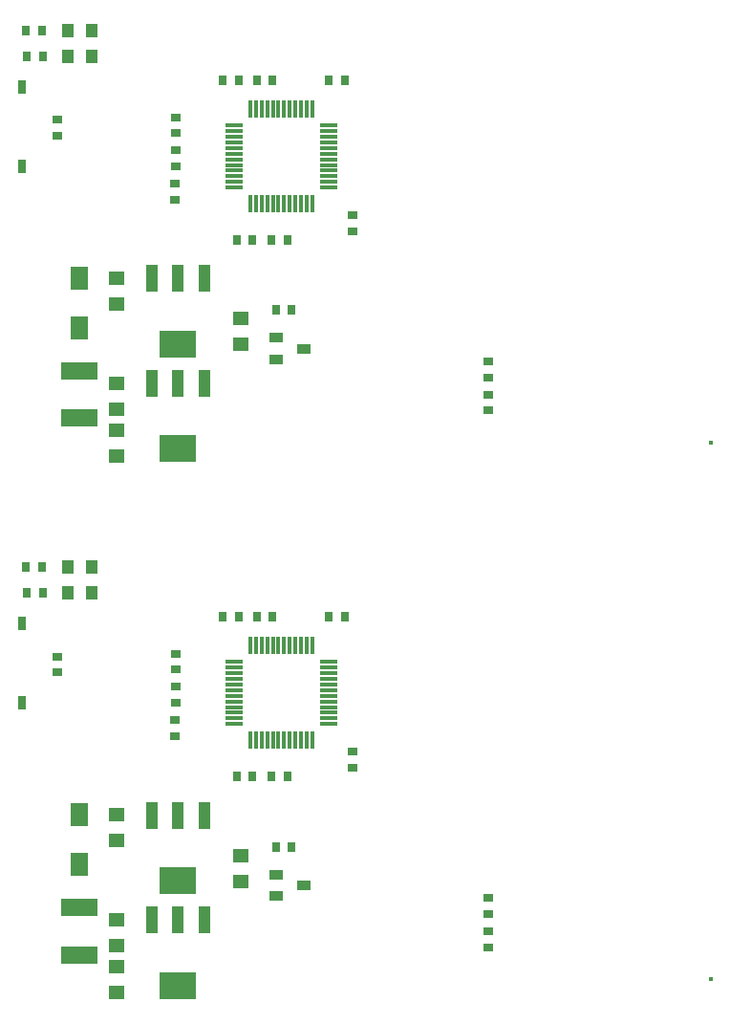
<source format=gtp>
G04*
G04 #@! TF.GenerationSoftware,Altium Limited,Altium Designer,21.9.2 (33)*
G04*
G04 Layer_Color=8421504*
%FSTAX24Y24*%
%MOIN*%
G70*
G04*
G04 #@! TF.SameCoordinates,6253CE77-86D3-43C4-916D-D03A74546D46*
G04*
G04*
G04 #@! TF.FilePolarity,Positive*
G04*
G01*
G75*
%ADD10R,0.0315X0.0472*%
%ADD11R,0.0150X0.0150*%
%ADD12R,0.0374X0.0315*%
%ADD13R,0.0315X0.0374*%
%ADD14R,0.0472X0.0335*%
%ADD15R,0.0550X0.0500*%
%ADD16R,0.1264X0.0610*%
%ADD17R,0.0610X0.0827*%
%ADD18R,0.0394X0.0945*%
%ADD19R,0.1299X0.0945*%
G04:AMPARAMS|DCode=20|XSize=11mil|YSize=61.4mil|CornerRadius=2.8mil|HoleSize=0mil|Usage=FLASHONLY|Rotation=90.000|XOffset=0mil|YOffset=0mil|HoleType=Round|Shape=RoundedRectangle|*
%AMROUNDEDRECTD20*
21,1,0.0110,0.0559,0,0,90.0*
21,1,0.0055,0.0614,0,0,90.0*
1,1,0.0055,0.0280,0.0028*
1,1,0.0055,0.0280,-0.0028*
1,1,0.0055,-0.0280,-0.0028*
1,1,0.0055,-0.0280,0.0028*
%
%ADD20ROUNDEDRECTD20*%
G04:AMPARAMS|DCode=21|XSize=11mil|YSize=61.4mil|CornerRadius=2.8mil|HoleSize=0mil|Usage=FLASHONLY|Rotation=0.000|XOffset=0mil|YOffset=0mil|HoleType=Round|Shape=RoundedRectangle|*
%AMROUNDEDRECTD21*
21,1,0.0110,0.0559,0,0,0.0*
21,1,0.0055,0.0614,0,0,0.0*
1,1,0.0055,0.0028,-0.0280*
1,1,0.0055,-0.0028,-0.0280*
1,1,0.0055,-0.0028,0.0280*
1,1,0.0055,0.0028,0.0280*
%
%ADD21ROUNDEDRECTD21*%
%ADD22R,0.0433X0.0472*%
D10*
X025636Y024618D02*
D03*
Y021862D02*
D03*
Y043322D02*
D03*
Y040566D02*
D03*
D11*
X049656Y0122D02*
D03*
Y030904D02*
D03*
D12*
X041896Y013329D02*
D03*
Y01388D02*
D03*
X041899Y015034D02*
D03*
Y014483D02*
D03*
X037166Y020136D02*
D03*
Y019585D02*
D03*
X030989Y023001D02*
D03*
Y023552D02*
D03*
X026886Y022915D02*
D03*
Y023466D02*
D03*
X030989Y021855D02*
D03*
Y022406D02*
D03*
X030986Y020685D02*
D03*
Y021236D02*
D03*
X041896Y032033D02*
D03*
Y032584D02*
D03*
X041899Y033738D02*
D03*
Y033187D02*
D03*
X037166Y03884D02*
D03*
Y038289D02*
D03*
X030989Y041705D02*
D03*
Y042256D02*
D03*
X026886Y041619D02*
D03*
Y04217D02*
D03*
X030989Y040559D02*
D03*
Y04111D02*
D03*
X030986Y039389D02*
D03*
Y03994D02*
D03*
D13*
X034892Y01929D02*
D03*
X034341D02*
D03*
X033688D02*
D03*
X033136D02*
D03*
X035048Y01683D02*
D03*
X034496D02*
D03*
X025811Y02567D02*
D03*
X026362D02*
D03*
X025771Y026573D02*
D03*
X026322D02*
D03*
X036351Y02484D02*
D03*
X036902D02*
D03*
X032641D02*
D03*
X033192D02*
D03*
X033835D02*
D03*
X034386D02*
D03*
X034892Y037994D02*
D03*
X034341D02*
D03*
X033688D02*
D03*
X033136D02*
D03*
X035048Y035534D02*
D03*
X034496D02*
D03*
X025811Y044374D02*
D03*
X026362D02*
D03*
X025771Y045277D02*
D03*
X026322D02*
D03*
X036351Y043544D02*
D03*
X036902D02*
D03*
X032641D02*
D03*
X033192D02*
D03*
X033835D02*
D03*
X034386D02*
D03*
D14*
X035479Y01549D02*
D03*
X034496Y01512D02*
D03*
X034494Y015864D02*
D03*
X035479Y034194D02*
D03*
X034496Y033824D02*
D03*
X034494Y034568D02*
D03*
D15*
X028946Y01265D02*
D03*
Y01175D02*
D03*
X028936Y01704D02*
D03*
Y01794D02*
D03*
Y01339D02*
D03*
Y01429D02*
D03*
X033256Y01653D02*
D03*
Y01563D02*
D03*
X028946Y031354D02*
D03*
Y030454D02*
D03*
X028936Y035744D02*
D03*
Y036644D02*
D03*
Y032094D02*
D03*
Y032994D02*
D03*
X033256Y035234D02*
D03*
Y034334D02*
D03*
D16*
X027636Y013063D02*
D03*
Y014717D02*
D03*
Y031768D02*
D03*
Y033421D02*
D03*
D17*
Y016224D02*
D03*
Y017956D02*
D03*
Y034928D02*
D03*
Y036661D02*
D03*
D18*
X031992Y014282D02*
D03*
X031086D02*
D03*
X030181D02*
D03*
X031992Y017932D02*
D03*
X031086D02*
D03*
X030181D02*
D03*
X031992Y032986D02*
D03*
X031086D02*
D03*
X030181D02*
D03*
X031992Y036636D02*
D03*
X031086D02*
D03*
X030181D02*
D03*
D19*
X031086Y011998D02*
D03*
Y015648D02*
D03*
Y030703D02*
D03*
Y034353D02*
D03*
D20*
X033041Y023273D02*
D03*
Y023076D02*
D03*
Y022879D02*
D03*
Y022682D02*
D03*
Y022485D02*
D03*
Y022289D02*
D03*
Y022092D02*
D03*
Y021895D02*
D03*
Y021698D02*
D03*
Y021501D02*
D03*
Y021304D02*
D03*
Y021107D02*
D03*
X036332D02*
D03*
Y021304D02*
D03*
Y021501D02*
D03*
Y021698D02*
D03*
Y021895D02*
D03*
Y022092D02*
D03*
Y022289D02*
D03*
Y022485D02*
D03*
Y022682D02*
D03*
Y022879D02*
D03*
Y023076D02*
D03*
Y023273D02*
D03*
X033041Y041977D02*
D03*
Y04178D02*
D03*
Y041583D02*
D03*
Y041387D02*
D03*
Y04119D02*
D03*
Y040993D02*
D03*
Y040796D02*
D03*
Y040599D02*
D03*
Y040402D02*
D03*
Y040205D02*
D03*
Y040009D02*
D03*
Y039812D02*
D03*
X036332D02*
D03*
Y040009D02*
D03*
Y040205D02*
D03*
Y040402D02*
D03*
Y040599D02*
D03*
Y040796D02*
D03*
Y040993D02*
D03*
Y04119D02*
D03*
Y041387D02*
D03*
Y041583D02*
D03*
Y04178D02*
D03*
Y041977D02*
D03*
D21*
X033604Y020544D02*
D03*
X033801D02*
D03*
X033997D02*
D03*
X034194D02*
D03*
X034391D02*
D03*
X034588D02*
D03*
X034785D02*
D03*
X034982D02*
D03*
X035179D02*
D03*
X035375D02*
D03*
X035572D02*
D03*
X035769D02*
D03*
Y023836D02*
D03*
X035572D02*
D03*
X035375D02*
D03*
X035179D02*
D03*
X034982D02*
D03*
X034785D02*
D03*
X034588D02*
D03*
X034391D02*
D03*
X034194D02*
D03*
X033997D02*
D03*
X033801D02*
D03*
X033604D02*
D03*
Y039249D02*
D03*
X033801D02*
D03*
X033997D02*
D03*
X034194D02*
D03*
X034391D02*
D03*
X034588D02*
D03*
X034785D02*
D03*
X034982D02*
D03*
X035179D02*
D03*
X035375D02*
D03*
X035572D02*
D03*
X035769D02*
D03*
Y04254D02*
D03*
X035572D02*
D03*
X035375D02*
D03*
X035179D02*
D03*
X034982D02*
D03*
X034785D02*
D03*
X034588D02*
D03*
X034391D02*
D03*
X034194D02*
D03*
X033997D02*
D03*
X033801D02*
D03*
X033604D02*
D03*
D22*
X027253Y02567D02*
D03*
X02808D02*
D03*
X027246Y02657D02*
D03*
X028073D02*
D03*
X027253Y044374D02*
D03*
X02808D02*
D03*
X027246Y045274D02*
D03*
X028073D02*
D03*
M02*

</source>
